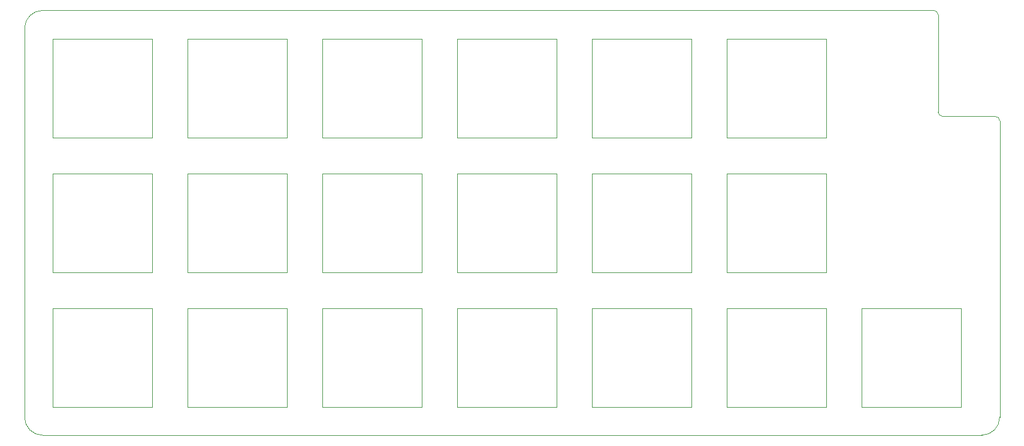
<source format=gbr>
G04 #@! TF.GenerationSoftware,KiCad,Pcbnew,(5.1.7)-1*
G04 #@! TF.CreationDate,2021-01-25T07:51:02+09:00*
G04 #@! TF.ProjectId,pisces_top_plate,70697363-6573-45f7-946f-705f706c6174,rev?*
G04 #@! TF.SameCoordinates,Original*
G04 #@! TF.FileFunction,Profile,NP*
%FSLAX46Y46*%
G04 Gerber Fmt 4.6, Leading zero omitted, Abs format (unit mm)*
G04 Created by KiCad (PCBNEW (5.1.7)-1) date 2021-01-25 07:51:02*
%MOMM*%
%LPD*%
G01*
G04 APERTURE LIST*
G04 #@! TA.AperFunction,Profile*
%ADD10C,0.050000*%
G04 #@! TD*
G04 #@! TA.AperFunction,Profile*
%ADD11C,0.100000*%
G04 #@! TD*
G04 APERTURE END LIST*
D10*
X168719500Y-53975000D02*
X176149000Y-53975000D01*
X176149000Y-53975000D02*
G75*
G02*
X176784000Y-54610000I0J-635000D01*
G01*
X167449500Y-38989000D02*
G75*
G02*
X168084500Y-39624000I0J-635000D01*
G01*
X168719500Y-53975000D02*
G75*
G02*
X168084500Y-53340000I0J635000D01*
G01*
X168084500Y-39624000D02*
X168084500Y-53340000D01*
D11*
X95088800Y-57023000D02*
X81089500Y-57023000D01*
X76038800Y-57023000D02*
X62039500Y-57023000D01*
X76038800Y-43023700D02*
X76038800Y-57023000D01*
X42989450Y-57023000D02*
X42989450Y-43023700D01*
X56989000Y-57023000D02*
X42989450Y-57023000D01*
X56989000Y-43023700D02*
X56989000Y-57023000D01*
X81089500Y-57023000D02*
X81089500Y-43023700D01*
X62039500Y-57023000D02*
X62039500Y-43023700D01*
X42989450Y-43023700D02*
X56989000Y-43023700D01*
X62039500Y-43023700D02*
X76038800Y-43023700D01*
X119189500Y-95123160D02*
X119189500Y-81123700D01*
X81089500Y-81123700D02*
X95088800Y-81123700D01*
X100139500Y-95123160D02*
X100139500Y-81123700D01*
X95088800Y-81123700D02*
X95088800Y-95123160D01*
X114138800Y-81123700D02*
X114138800Y-95123160D01*
X76038800Y-81123700D02*
X76038800Y-95123160D01*
X62039500Y-81123700D02*
X76038800Y-81123700D01*
X81089500Y-95123160D02*
X81089500Y-81123700D01*
X95088800Y-95123160D02*
X81089500Y-95123160D01*
X114138800Y-95123160D02*
X100139500Y-95123160D01*
X100139500Y-81123700D02*
X114138800Y-81123700D01*
X56989000Y-95123160D02*
X42989450Y-95123160D01*
X56989000Y-81123700D02*
X56989000Y-95123160D01*
X119189500Y-62073800D02*
X133188800Y-62073800D01*
X42989450Y-81123700D02*
X56989000Y-81123700D01*
X76038800Y-95123160D02*
X62039500Y-95123160D01*
X138238100Y-76073200D02*
X138238100Y-62073800D01*
X152238800Y-76073200D02*
X138238100Y-76073200D01*
X152238800Y-62073800D02*
X152238800Y-76073200D01*
X138238100Y-62073800D02*
X152238800Y-62073800D01*
X42989450Y-95123160D02*
X42989450Y-81123700D01*
X62039500Y-95123160D02*
X62039500Y-81123700D01*
X81089500Y-62073800D02*
X95088800Y-62073800D01*
X100139500Y-62073800D02*
X114138800Y-62073800D01*
X133188800Y-76073200D02*
X119189500Y-76073200D01*
X100139500Y-76073200D02*
X100139500Y-62073800D01*
X95088800Y-76073200D02*
X81089500Y-76073200D01*
X95088800Y-62073800D02*
X95088800Y-76073200D01*
X114138800Y-76073200D02*
X100139500Y-76073200D01*
X133188800Y-62073800D02*
X133188800Y-76073200D01*
X114138800Y-62073800D02*
X114138800Y-76073200D01*
X81089500Y-76073200D02*
X81089500Y-62073800D01*
X119189500Y-76073200D02*
X119189500Y-62073800D01*
X133188800Y-81123700D02*
X133188800Y-95123160D01*
X138238100Y-95123160D02*
X138238100Y-81123700D01*
X157287800Y-95123160D02*
X157287800Y-81123700D01*
X138238100Y-81123700D02*
X152238800Y-81123700D01*
X119189500Y-81123700D02*
X133188800Y-81123700D01*
X152238800Y-95123160D02*
X138238100Y-95123160D01*
X157287800Y-81123700D02*
X171288800Y-81123700D01*
X171288800Y-95123160D02*
X157287800Y-95123160D01*
X171288800Y-81123700D02*
X171288800Y-95123160D01*
X152238800Y-81123700D02*
X152238800Y-95123160D01*
X133188800Y-95123160D02*
X119189500Y-95123160D01*
X76038800Y-62073800D02*
X76038800Y-76073200D01*
X62039500Y-76073200D02*
X62039500Y-62073800D01*
X152238800Y-57023000D02*
X138238100Y-57023000D01*
X42989450Y-62073800D02*
X56989000Y-62073800D01*
X152238800Y-43023700D02*
X152238800Y-57023000D01*
X138238100Y-43023700D02*
X152238800Y-43023700D01*
X56989000Y-76073200D02*
X42989450Y-76073200D01*
X76038800Y-76073200D02*
X62039500Y-76073200D01*
X62039500Y-62073800D02*
X76038800Y-62073800D01*
X42989450Y-76073200D02*
X42989450Y-62073800D01*
X56989000Y-62073800D02*
X56989000Y-76073200D01*
X133188800Y-43023700D02*
X133188800Y-57023000D01*
X81089500Y-43023700D02*
X95088800Y-43023700D01*
X100139500Y-57023000D02*
X100139500Y-43023700D01*
X119189500Y-43023700D02*
X133188800Y-43023700D01*
X114138800Y-57023000D02*
X100139500Y-57023000D01*
X114138800Y-43023700D02*
X114138800Y-57023000D01*
X138238100Y-57023000D02*
X138238100Y-43023700D01*
X100139500Y-43023700D02*
X114138800Y-43023700D01*
X133188800Y-57023000D02*
X119189500Y-57023000D01*
X95088800Y-43023700D02*
X95088800Y-57023000D01*
X119189500Y-57023000D02*
X119189500Y-43023700D01*
D10*
X176784000Y-96520000D02*
G75*
G02*
X174244000Y-99060000I-2540000J0D01*
G01*
X41529000Y-99060000D02*
G75*
G02*
X38989000Y-96520000I0J2540000D01*
G01*
X38989000Y-41529000D02*
G75*
G02*
X41529000Y-38989000I2540000J0D01*
G01*
X167449500Y-38989000D02*
X41529000Y-38989000D01*
X176784000Y-96520000D02*
X176784000Y-54610000D01*
X41529000Y-99060000D02*
X174244000Y-99060000D01*
X38989000Y-41529000D02*
X38989000Y-96520000D01*
M02*

</source>
